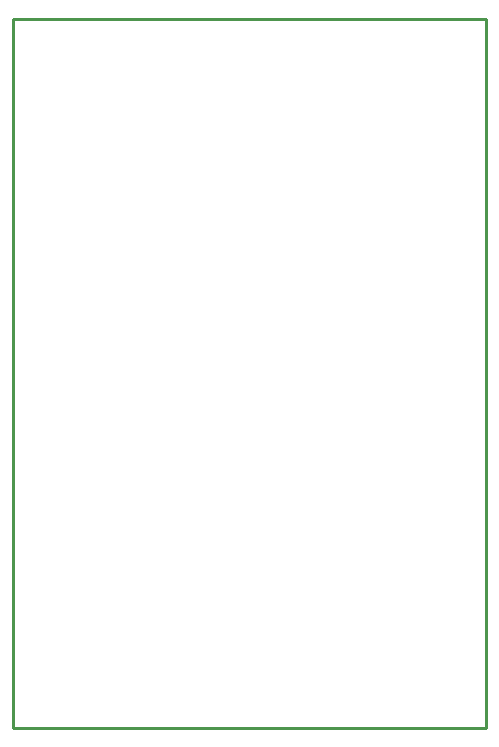
<source format=gko>
G04 Layer: BoardOutlineLayer*
G04 EasyEDA v6.5.50, 2025-07-26 22:56:47*
G04 19dcf52f1c7e4662a813e58eb1d4b948,5db155e37078497989a25cdeaf243bf5,10*
G04 Gerber Generator version 0.2*
G04 Scale: 100 percent, Rotated: No, Reflected: No *
G04 Dimensions in millimeters *
G04 leading zeros omitted , absolute positions ,4 integer and 5 decimal *
%FSLAX45Y45*%
%MOMM*%

%ADD10C,0.2540*%
%ADD11C,0.0118*%
D10*
X0Y5999987D02*
G01*
X3999991Y5999987D01*
X3999991Y0D01*
X0Y0D01*
X0Y5999987D01*

%LPD*%
M02*

</source>
